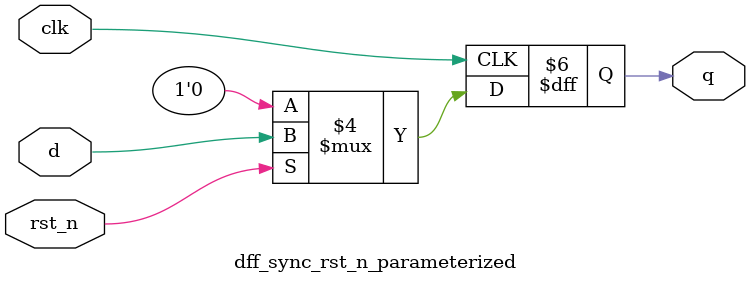
<source format=v>
module dff_sync_rst_n_parameterized
(
	d,
	clk,
	rst_n,
	q
);
	parameter BUS_WIDTH = 1;    // DFF width
    input [BUS_WIDTH - 1:0] d;
	input clk;
	input rst_n;
    output [BUS_WIDTH - 1:0] q;
    reg [BUS_WIDTH - 1:0] q;

	always @ (posedge clk)
		if (!rst_n)
			q <= 0;
		else
			q <= d;
 
endmodule

</source>
